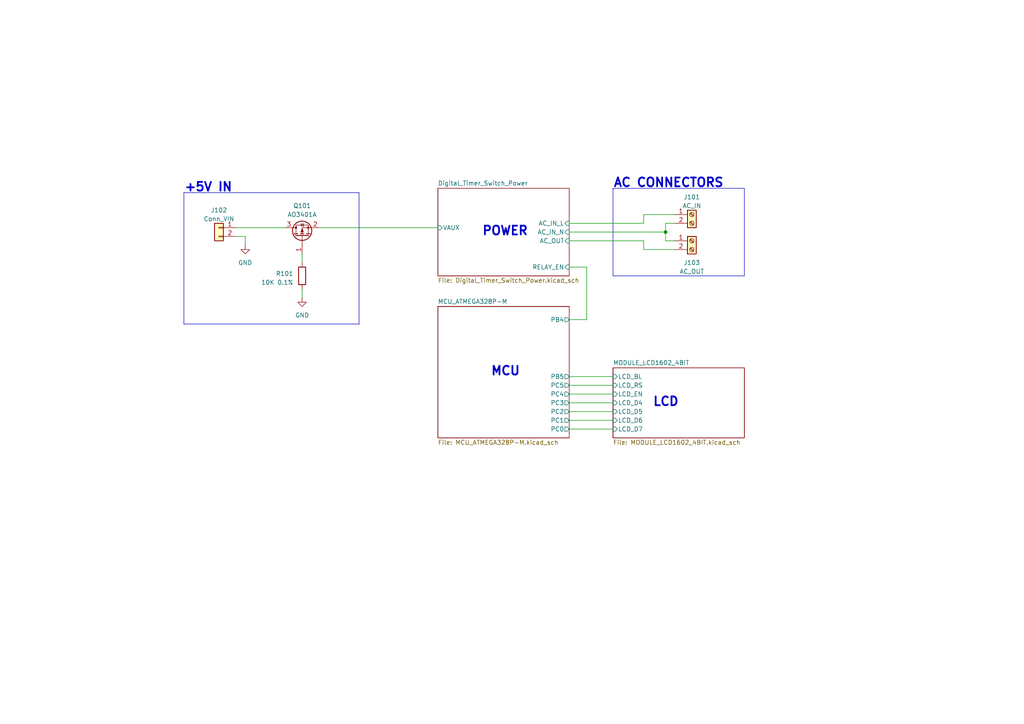
<source format=kicad_sch>
(kicad_sch (version 20230121) (generator eeschema)

  (uuid 98b51aac-404f-4a0d-b314-bd3823594ee3)

  (paper "A4")

  (title_block
    (title "Digital_Timer_Switch")
    (date "2023-07-24")
    (rev "1.0")
    (company "sudo-junkie")
  )

  (lib_symbols
    (symbol "Connector:Screw_Terminal_01x02" (pin_names (offset 1.016) hide) (in_bom yes) (on_board yes)
      (property "Reference" "J" (at 0 2.54 0)
        (effects (font (size 1.27 1.27)))
      )
      (property "Value" "Screw_Terminal_01x02" (at 0 -5.08 0)
        (effects (font (size 1.27 1.27)))
      )
      (property "Footprint" "" (at 0 0 0)
        (effects (font (size 1.27 1.27)) hide)
      )
      (property "Datasheet" "~" (at 0 0 0)
        (effects (font (size 1.27 1.27)) hide)
      )
      (property "ki_keywords" "screw terminal" (at 0 0 0)
        (effects (font (size 1.27 1.27)) hide)
      )
      (property "ki_description" "Generic screw terminal, single row, 01x02, script generated (kicad-library-utils/schlib/autogen/connector/)" (at 0 0 0)
        (effects (font (size 1.27 1.27)) hide)
      )
      (property "ki_fp_filters" "TerminalBlock*:*" (at 0 0 0)
        (effects (font (size 1.27 1.27)) hide)
      )
      (symbol "Screw_Terminal_01x02_1_1"
        (rectangle (start -1.27 1.27) (end 1.27 -3.81)
          (stroke (width 0.254) (type default))
          (fill (type background))
        )
        (circle (center 0 -2.54) (radius 0.635)
          (stroke (width 0.1524) (type default))
          (fill (type none))
        )
        (polyline
          (pts
            (xy -0.5334 -2.2098)
            (xy 0.3302 -3.048)
          )
          (stroke (width 0.1524) (type default))
          (fill (type none))
        )
        (polyline
          (pts
            (xy -0.5334 0.3302)
            (xy 0.3302 -0.508)
          )
          (stroke (width 0.1524) (type default))
          (fill (type none))
        )
        (polyline
          (pts
            (xy -0.3556 -2.032)
            (xy 0.508 -2.8702)
          )
          (stroke (width 0.1524) (type default))
          (fill (type none))
        )
        (polyline
          (pts
            (xy -0.3556 0.508)
            (xy 0.508 -0.3302)
          )
          (stroke (width 0.1524) (type default))
          (fill (type none))
        )
        (circle (center 0 0) (radius 0.635)
          (stroke (width 0.1524) (type default))
          (fill (type none))
        )
        (pin passive line (at -5.08 0 0) (length 3.81)
          (name "Pin_1" (effects (font (size 1.27 1.27))))
          (number "1" (effects (font (size 1.27 1.27))))
        )
        (pin passive line (at -5.08 -2.54 0) (length 3.81)
          (name "Pin_2" (effects (font (size 1.27 1.27))))
          (number "2" (effects (font (size 1.27 1.27))))
        )
      )
    )
    (symbol "Connector_Generic:Conn_01x02" (pin_names (offset 1.016) hide) (in_bom yes) (on_board yes)
      (property "Reference" "J" (at 0 2.54 0)
        (effects (font (size 1.27 1.27)))
      )
      (property "Value" "Conn_01x02" (at 0 -5.08 0)
        (effects (font (size 1.27 1.27)))
      )
      (property "Footprint" "" (at 0 0 0)
        (effects (font (size 1.27 1.27)) hide)
      )
      (property "Datasheet" "~" (at 0 0 0)
        (effects (font (size 1.27 1.27)) hide)
      )
      (property "ki_keywords" "connector" (at 0 0 0)
        (effects (font (size 1.27 1.27)) hide)
      )
      (property "ki_description" "Generic connector, single row, 01x02, script generated (kicad-library-utils/schlib/autogen/connector/)" (at 0 0 0)
        (effects (font (size 1.27 1.27)) hide)
      )
      (property "ki_fp_filters" "Connector*:*_1x??_*" (at 0 0 0)
        (effects (font (size 1.27 1.27)) hide)
      )
      (symbol "Conn_01x02_1_1"
        (rectangle (start -1.27 -2.413) (end 0 -2.667)
          (stroke (width 0.1524) (type default))
          (fill (type none))
        )
        (rectangle (start -1.27 0.127) (end 0 -0.127)
          (stroke (width 0.1524) (type default))
          (fill (type none))
        )
        (rectangle (start -1.27 1.27) (end 1.27 -3.81)
          (stroke (width 0.254) (type default))
          (fill (type background))
        )
        (pin passive line (at -5.08 0 0) (length 3.81)
          (name "Pin_1" (effects (font (size 1.27 1.27))))
          (number "1" (effects (font (size 1.27 1.27))))
        )
        (pin passive line (at -5.08 -2.54 0) (length 3.81)
          (name "Pin_2" (effects (font (size 1.27 1.27))))
          (number "2" (effects (font (size 1.27 1.27))))
        )
      )
    )
    (symbol "Device:R" (pin_numbers hide) (pin_names (offset 0)) (in_bom yes) (on_board yes)
      (property "Reference" "R" (at 2.032 0 90)
        (effects (font (size 1.27 1.27)))
      )
      (property "Value" "R" (at 0 0 90)
        (effects (font (size 1.27 1.27)))
      )
      (property "Footprint" "" (at -1.778 0 90)
        (effects (font (size 1.27 1.27)) hide)
      )
      (property "Datasheet" "~" (at 0 0 0)
        (effects (font (size 1.27 1.27)) hide)
      )
      (property "ki_keywords" "R res resistor" (at 0 0 0)
        (effects (font (size 1.27 1.27)) hide)
      )
      (property "ki_description" "Resistor" (at 0 0 0)
        (effects (font (size 1.27 1.27)) hide)
      )
      (property "ki_fp_filters" "R_*" (at 0 0 0)
        (effects (font (size 1.27 1.27)) hide)
      )
      (symbol "R_0_1"
        (rectangle (start -1.016 -2.54) (end 1.016 2.54)
          (stroke (width 0.254) (type default))
          (fill (type none))
        )
      )
      (symbol "R_1_1"
        (pin passive line (at 0 3.81 270) (length 1.27)
          (name "~" (effects (font (size 1.27 1.27))))
          (number "1" (effects (font (size 1.27 1.27))))
        )
        (pin passive line (at 0 -3.81 90) (length 1.27)
          (name "~" (effects (font (size 1.27 1.27))))
          (number "2" (effects (font (size 1.27 1.27))))
        )
      )
    )
    (symbol "Transistor_FET:AO3401A" (pin_names hide) (in_bom yes) (on_board yes)
      (property "Reference" "Q" (at 5.08 1.905 0)
        (effects (font (size 1.27 1.27)) (justify left))
      )
      (property "Value" "AO3401A" (at 5.08 0 0)
        (effects (font (size 1.27 1.27)) (justify left))
      )
      (property "Footprint" "Package_TO_SOT_SMD:SOT-23" (at 5.08 -1.905 0)
        (effects (font (size 1.27 1.27) italic) (justify left) hide)
      )
      (property "Datasheet" "http://www.aosmd.com/pdfs/datasheet/AO3401A.pdf" (at 0 0 0)
        (effects (font (size 1.27 1.27)) (justify left) hide)
      )
      (property "ki_keywords" "P-Channel MOSFET" (at 0 0 0)
        (effects (font (size 1.27 1.27)) hide)
      )
      (property "ki_description" "-4.0A Id, -30V Vds, P-Channel MOSFET, SOT-23" (at 0 0 0)
        (effects (font (size 1.27 1.27)) hide)
      )
      (property "ki_fp_filters" "SOT?23*" (at 0 0 0)
        (effects (font (size 1.27 1.27)) hide)
      )
      (symbol "AO3401A_0_1"
        (polyline
          (pts
            (xy 0.254 0)
            (xy -2.54 0)
          )
          (stroke (width 0) (type default))
          (fill (type none))
        )
        (polyline
          (pts
            (xy 0.254 1.905)
            (xy 0.254 -1.905)
          )
          (stroke (width 0.254) (type default))
          (fill (type none))
        )
        (polyline
          (pts
            (xy 0.762 -1.27)
            (xy 0.762 -2.286)
          )
          (stroke (width 0.254) (type default))
          (fill (type none))
        )
        (polyline
          (pts
            (xy 0.762 0.508)
            (xy 0.762 -0.508)
          )
          (stroke (width 0.254) (type default))
          (fill (type none))
        )
        (polyline
          (pts
            (xy 0.762 2.286)
            (xy 0.762 1.27)
          )
          (stroke (width 0.254) (type default))
          (fill (type none))
        )
        (polyline
          (pts
            (xy 2.54 2.54)
            (xy 2.54 1.778)
          )
          (stroke (width 0) (type default))
          (fill (type none))
        )
        (polyline
          (pts
            (xy 2.54 -2.54)
            (xy 2.54 0)
            (xy 0.762 0)
          )
          (stroke (width 0) (type default))
          (fill (type none))
        )
        (polyline
          (pts
            (xy 0.762 1.778)
            (xy 3.302 1.778)
            (xy 3.302 -1.778)
            (xy 0.762 -1.778)
          )
          (stroke (width 0) (type default))
          (fill (type none))
        )
        (polyline
          (pts
            (xy 2.286 0)
            (xy 1.27 0.381)
            (xy 1.27 -0.381)
            (xy 2.286 0)
          )
          (stroke (width 0) (type default))
          (fill (type outline))
        )
        (polyline
          (pts
            (xy 2.794 -0.508)
            (xy 2.921 -0.381)
            (xy 3.683 -0.381)
            (xy 3.81 -0.254)
          )
          (stroke (width 0) (type default))
          (fill (type none))
        )
        (polyline
          (pts
            (xy 3.302 -0.381)
            (xy 2.921 0.254)
            (xy 3.683 0.254)
            (xy 3.302 -0.381)
          )
          (stroke (width 0) (type default))
          (fill (type none))
        )
        (circle (center 1.651 0) (radius 2.794)
          (stroke (width 0.254) (type default))
          (fill (type none))
        )
        (circle (center 2.54 -1.778) (radius 0.254)
          (stroke (width 0) (type default))
          (fill (type outline))
        )
        (circle (center 2.54 1.778) (radius 0.254)
          (stroke (width 0) (type default))
          (fill (type outline))
        )
      )
      (symbol "AO3401A_1_1"
        (pin input line (at -5.08 0 0) (length 2.54)
          (name "G" (effects (font (size 1.27 1.27))))
          (number "1" (effects (font (size 1.27 1.27))))
        )
        (pin passive line (at 2.54 -5.08 90) (length 2.54)
          (name "S" (effects (font (size 1.27 1.27))))
          (number "2" (effects (font (size 1.27 1.27))))
        )
        (pin passive line (at 2.54 5.08 270) (length 2.54)
          (name "D" (effects (font (size 1.27 1.27))))
          (number "3" (effects (font (size 1.27 1.27))))
        )
      )
    )
    (symbol "power:GND" (power) (pin_names (offset 0)) (in_bom yes) (on_board yes)
      (property "Reference" "#PWR" (at 0 -6.35 0)
        (effects (font (size 1.27 1.27)) hide)
      )
      (property "Value" "GND" (at 0 -3.81 0)
        (effects (font (size 1.27 1.27)))
      )
      (property "Footprint" "" (at 0 0 0)
        (effects (font (size 1.27 1.27)) hide)
      )
      (property "Datasheet" "" (at 0 0 0)
        (effects (font (size 1.27 1.27)) hide)
      )
      (property "ki_keywords" "global power" (at 0 0 0)
        (effects (font (size 1.27 1.27)) hide)
      )
      (property "ki_description" "Power symbol creates a global label with name \"GND\" , ground" (at 0 0 0)
        (effects (font (size 1.27 1.27)) hide)
      )
      (symbol "GND_0_1"
        (polyline
          (pts
            (xy 0 0)
            (xy 0 -1.27)
            (xy 1.27 -1.27)
            (xy 0 -2.54)
            (xy -1.27 -1.27)
            (xy 0 -1.27)
          )
          (stroke (width 0) (type default))
          (fill (type none))
        )
      )
      (symbol "GND_1_1"
        (pin power_in line (at 0 0 270) (length 0) hide
          (name "GND" (effects (font (size 1.27 1.27))))
          (number "1" (effects (font (size 1.27 1.27))))
        )
      )
    )
  )

  (junction (at 193.04 67.31) (diameter 0) (color 0 0 0 0)
    (uuid 780f9eef-f38e-4cb6-93a3-afe302b9f9d9)
  )

  (wire (pts (xy 165.1 124.46) (xy 177.8 124.46))
    (stroke (width 0) (type default))
    (uuid 02d76cd6-e2d5-45fd-80ec-b9c643663fd4)
  )
  (wire (pts (xy 193.04 67.31) (xy 193.04 69.85))
    (stroke (width 0) (type default))
    (uuid 032554c5-5e55-45d1-8165-56da5333e5f3)
  )
  (polyline (pts (xy 104.14 55.88) (xy 104.14 93.98))
    (stroke (width 0) (type default))
    (uuid 0684745d-5878-4160-ad7a-b5eb4c5a8571)
  )

  (wire (pts (xy 195.58 72.39) (xy 186.69 72.39))
    (stroke (width 0) (type default))
    (uuid 2306bf73-87e5-4ddf-9f95-4a716c4e4999)
  )
  (wire (pts (xy 165.1 109.22) (xy 177.8 109.22))
    (stroke (width 0) (type default))
    (uuid 3f196626-c1db-4895-b3bf-7a05dc556ad5)
  )
  (wire (pts (xy 165.1 119.38) (xy 177.8 119.38))
    (stroke (width 0) (type default))
    (uuid 420f31f2-03ab-4984-a0de-2f5b2c0ba27b)
  )
  (polyline (pts (xy 177.8 54.61) (xy 177.8 80.01))
    (stroke (width 0) (type default))
    (uuid 5524e872-5686-4a03-98ec-aabae512df51)
  )
  (polyline (pts (xy 215.9 80.01) (xy 177.8 80.01))
    (stroke (width 0) (type default))
    (uuid 5587d1ef-c3b1-420d-8122-879fb3f6b95f)
  )
  (polyline (pts (xy 104.14 93.98) (xy 53.34 93.98))
    (stroke (width 0) (type default))
    (uuid 55b33cc8-132c-4330-b628-11a32a330f43)
  )

  (wire (pts (xy 87.63 83.82) (xy 87.63 86.36))
    (stroke (width 0) (type default))
    (uuid 59bfd9b7-9965-4c7a-9e69-7057474e403d)
  )
  (wire (pts (xy 193.04 69.85) (xy 195.58 69.85))
    (stroke (width 0) (type default))
    (uuid 6206cda1-87a6-4f2c-947f-8da1c8eeebdb)
  )
  (wire (pts (xy 186.69 62.23) (xy 195.58 62.23))
    (stroke (width 0) (type default))
    (uuid 6460f148-ebef-4da4-b1d3-4d4fdcbaeaba)
  )
  (wire (pts (xy 165.1 69.85) (xy 186.69 69.85))
    (stroke (width 0) (type default))
    (uuid 76da70c8-79c7-4354-b868-2d5b0ae34db5)
  )
  (polyline (pts (xy 53.34 55.88) (xy 104.14 55.88))
    (stroke (width 0) (type default))
    (uuid 8003a5b8-c2df-42c2-ab8f-c5d70b999c38)
  )
  (polyline (pts (xy 215.9 54.61) (xy 215.9 80.01))
    (stroke (width 0) (type default))
    (uuid 8089cc97-1577-43c7-9b20-62f8c3d0706b)
  )

  (wire (pts (xy 71.12 68.58) (xy 71.12 71.12))
    (stroke (width 0) (type default))
    (uuid 8992f09c-db57-4645-b8e3-b591915da32d)
  )
  (wire (pts (xy 170.18 77.47) (xy 165.1 77.47))
    (stroke (width 0) (type default))
    (uuid 9163580e-f764-489a-a2ae-d13fd0d436e7)
  )
  (wire (pts (xy 71.12 68.58) (xy 68.58 68.58))
    (stroke (width 0) (type default))
    (uuid 932272ff-b1c7-4991-8485-c36d48810221)
  )
  (wire (pts (xy 186.69 72.39) (xy 186.69 69.85))
    (stroke (width 0) (type default))
    (uuid 97e84cbc-8ad6-43e4-83bf-d4887b506c94)
  )
  (wire (pts (xy 193.04 64.77) (xy 193.04 67.31))
    (stroke (width 0) (type default))
    (uuid 9c7fa2e3-e2ef-4639-a1dc-c04328efd5d8)
  )
  (wire (pts (xy 186.69 64.77) (xy 186.69 62.23))
    (stroke (width 0) (type default))
    (uuid 9fb4ff72-b647-4837-99dc-c389bc78508b)
  )
  (wire (pts (xy 165.1 92.71) (xy 170.18 92.71))
    (stroke (width 0) (type default))
    (uuid a08b6ac4-1f2a-4906-b03f-8b0fe3248405)
  )
  (wire (pts (xy 170.18 92.71) (xy 170.18 77.47))
    (stroke (width 0) (type default))
    (uuid a111520a-43c4-4521-8225-ec7e3718c2da)
  )
  (wire (pts (xy 165.1 116.84) (xy 177.8 116.84))
    (stroke (width 0) (type default))
    (uuid a5b7754e-301c-4c95-845e-22cf2cccadf9)
  )
  (polyline (pts (xy 177.8 54.61) (xy 215.9 54.61))
    (stroke (width 0) (type default))
    (uuid a5d3aabc-9c7e-44e0-bf7f-95067964dd8d)
  )

  (wire (pts (xy 87.63 73.66) (xy 87.63 76.2))
    (stroke (width 0) (type default))
    (uuid a9792999-21d1-404d-9d23-0940dcd33e87)
  )
  (wire (pts (xy 92.71 66.04) (xy 127 66.04))
    (stroke (width 0) (type default))
    (uuid af0d8f1e-da72-4093-9ed5-f59da9dfb099)
  )
  (wire (pts (xy 165.1 64.77) (xy 186.69 64.77))
    (stroke (width 0) (type default))
    (uuid b647e377-f2b8-4dff-b616-fbab77696890)
  )
  (polyline (pts (xy 53.34 93.98) (xy 53.34 55.88))
    (stroke (width 0) (type default))
    (uuid c78559c8-4cb4-48b7-803d-1db093b0fee2)
  )

  (wire (pts (xy 165.1 111.76) (xy 177.8 111.76))
    (stroke (width 0) (type default))
    (uuid caad99c4-c925-4178-8e11-826b1c974b34)
  )
  (wire (pts (xy 195.58 64.77) (xy 193.04 64.77))
    (stroke (width 0) (type default))
    (uuid db50aaf3-1229-4fdf-945f-a775e111d48e)
  )
  (wire (pts (xy 165.1 67.31) (xy 193.04 67.31))
    (stroke (width 0) (type default))
    (uuid dd3a908a-3e37-478e-b8cd-989746e1986f)
  )
  (wire (pts (xy 68.58 66.04) (xy 82.55 66.04))
    (stroke (width 0) (type default))
    (uuid e495c4c1-41ad-4608-b2b7-801595d177e0)
  )
  (wire (pts (xy 165.1 114.3) (xy 177.8 114.3))
    (stroke (width 0) (type default))
    (uuid f6d769b6-62f8-4ca5-a4e8-389b09741a66)
  )
  (wire (pts (xy 165.1 121.92) (xy 177.8 121.92))
    (stroke (width 0) (type default))
    (uuid f9c07f4a-52d2-49d2-9706-2f733c937d6a)
  )

  (text "POWER" (at 139.7 68.58 0)
    (effects (font (size 2.54 2.54) bold) (justify left bottom))
    (uuid 88a2de0e-2e71-4fae-aa8b-fb7f26957515)
  )
  (text "AC CONNECTORS" (at 177.8 54.61 0)
    (effects (font (size 2.54 2.54) (thickness 0.508) bold) (justify left bottom))
    (uuid b6259d93-bd73-4204-b549-acc8a588aa35)
  )
  (text "LCD" (at 189.23 118.11 0)
    (effects (font (size 2.54 2.54) bold) (justify left bottom))
    (uuid c2855217-543e-4b1c-a435-5968a32951a2)
  )
  (text "+5V IN" (at 53.34 55.88 0)
    (effects (font (size 2.54 2.54) (thickness 0.508) bold) (justify left bottom))
    (uuid cde907a1-4805-4603-add8-5cce6e4b92be)
  )
  (text "MCU" (at 142.24 109.22 0)
    (effects (font (size 2.54 2.54) bold) (justify left bottom))
    (uuid d61bf3d9-274b-49f6-ae74-4ce16847bfa0)
  )

  (symbol (lib_id "Connector:Screw_Terminal_01x02") (at 200.66 69.85 0) (unit 1)
    (in_bom yes) (on_board yes) (dnp no)
    (uuid 2b54d227-db65-4d5e-ae17-c66a8105466d)
    (property "Reference" "J103" (at 200.66 76.2 0)
      (effects (font (size 1.27 1.27)))
    )
    (property "Value" "AC_OUT" (at 200.66 78.74 0)
      (effects (font (size 1.27 1.27)))
    )
    (property "Footprint" "TerminalBlock_Phoenix:TerminalBlock_Phoenix_MKDS-1,5-2-5.08_1x02_P5.08mm_Horizontal" (at 200.66 69.85 0)
      (effects (font (size 1.27 1.27)) hide)
    )
    (property "Datasheet" "~" (at 200.66 69.85 0)
      (effects (font (size 1.27 1.27)) hide)
    )
    (property "MANUFACTURER" "DIBO" (at 200.66 69.85 0)
      (effects (font (size 1.27 1.27)) hide)
    )
    (property "MPN" "DB128V-5.08-2P-GN-S" (at 200.66 69.85 0)
      (effects (font (size 1.27 1.27)) hide)
    )
    (property "LCSC PART#" "C2915639" (at 200.66 69.85 0)
      (effects (font (size 1.27 1.27)) hide)
    )
    (property "SKU" "" (at 200.66 69.85 0)
      (effects (font (size 1.27 1.27)) hide)
    )
    (property "VENDOR" "LCSC" (at 200.66 69.85 0)
      (effects (font (size 1.27 1.27)) hide)
    )
    (property "PRICE" "0.1572" (at 200.66 69.85 0)
      (effects (font (size 1.27 1.27)) hide)
    )
    (pin "1" (uuid b40b10e6-7572-43ad-94af-ebb99f56dcb7))
    (pin "2" (uuid ef60ce89-0c2e-46ec-828d-7475331a8bec))
    (instances
      (project "Digital_Timer_Switch"
        (path "/98b51aac-404f-4a0d-b314-bd3823594ee3"
          (reference "J103") (unit 1)
        )
      )
      (project "IoT_Agrifarm"
        (path "/e886365f-2304-4290-beeb-1e373de9e66a"
          (reference "J?") (unit 1)
        )
      )
    )
  )

  (symbol (lib_id "power:GND") (at 71.12 71.12 0) (unit 1)
    (in_bom yes) (on_board yes) (dnp no) (fields_autoplaced)
    (uuid 3861dbec-ff27-4b9a-9d33-559916f44488)
    (property "Reference" "#PWR0101" (at 71.12 77.47 0)
      (effects (font (size 1.27 1.27)) hide)
    )
    (property "Value" "GND" (at 71.12 76.2 0)
      (effects (font (size 1.27 1.27)))
    )
    (property "Footprint" "" (at 71.12 71.12 0)
      (effects (font (size 1.27 1.27)) hide)
    )
    (property "Datasheet" "" (at 71.12 71.12 0)
      (effects (font (size 1.27 1.27)) hide)
    )
    (pin "1" (uuid f623fa90-5a31-40b2-93c4-9ec87c6e7ff8))
    (instances
      (project "Digital_Timer_Switch"
        (path "/98b51aac-404f-4a0d-b314-bd3823594ee3"
          (reference "#PWR0101") (unit 1)
        )
      )
    )
  )

  (symbol (lib_id "Connector:Screw_Terminal_01x02") (at 200.66 62.23 0) (unit 1)
    (in_bom yes) (on_board yes) (dnp no)
    (uuid 9cf61703-84dd-4eda-91ea-4b4179bc5c26)
    (property "Reference" "J101" (at 200.66 57.15 0)
      (effects (font (size 1.27 1.27)))
    )
    (property "Value" "AC_IN" (at 200.66 59.69 0)
      (effects (font (size 1.27 1.27)))
    )
    (property "Footprint" "TerminalBlock_Phoenix:TerminalBlock_Phoenix_MKDS-1,5-2-5.08_1x02_P5.08mm_Horizontal" (at 200.66 62.23 0)
      (effects (font (size 1.27 1.27)) hide)
    )
    (property "Datasheet" "~" (at 200.66 62.23 0)
      (effects (font (size 1.27 1.27)) hide)
    )
    (property "MANUFACTURER" "DIBO" (at 200.66 62.23 0)
      (effects (font (size 1.27 1.27)) hide)
    )
    (property "MPN" "DB128V-5.08-2P-GN-S" (at 200.66 62.23 0)
      (effects (font (size 1.27 1.27)) hide)
    )
    (property "LCSC PART#" "C2915639" (at 200.66 62.23 0)
      (effects (font (size 1.27 1.27)) hide)
    )
    (property "SKU" "" (at 200.66 62.23 0)
      (effects (font (size 1.27 1.27)) hide)
    )
    (property "VENDOR" "LCSC" (at 200.66 62.23 0)
      (effects (font (size 1.27 1.27)) hide)
    )
    (property "PRICE" "0.1572" (at 200.66 62.23 0)
      (effects (font (size 1.27 1.27)) hide)
    )
    (pin "1" (uuid 40bf3de4-9166-4c57-a611-7c595f7c0776))
    (pin "2" (uuid 017ce381-5c0a-458e-9a92-ca417a003315))
    (instances
      (project "Digital_Timer_Switch"
        (path "/98b51aac-404f-4a0d-b314-bd3823594ee3"
          (reference "J101") (unit 1)
        )
      )
      (project "IoT_Agrifarm"
        (path "/e886365f-2304-4290-beeb-1e373de9e66a"
          (reference "J?") (unit 1)
        )
      )
    )
  )

  (symbol (lib_id "power:GND") (at 87.63 86.36 0) (unit 1)
    (in_bom yes) (on_board yes) (dnp no) (fields_autoplaced)
    (uuid a619bc8b-40c1-4d6c-be04-de31d93a1278)
    (property "Reference" "#PWR0102" (at 87.63 92.71 0)
      (effects (font (size 1.27 1.27)) hide)
    )
    (property "Value" "GND" (at 87.63 91.44 0)
      (effects (font (size 1.27 1.27)))
    )
    (property "Footprint" "" (at 87.63 86.36 0)
      (effects (font (size 1.27 1.27)) hide)
    )
    (property "Datasheet" "" (at 87.63 86.36 0)
      (effects (font (size 1.27 1.27)) hide)
    )
    (pin "1" (uuid f092ead0-4a38-4c85-ae08-6737a599e07c))
    (instances
      (project "Digital_Timer_Switch"
        (path "/98b51aac-404f-4a0d-b314-bd3823594ee3"
          (reference "#PWR0102") (unit 1)
        )
      )
    )
  )

  (symbol (lib_id "Transistor_FET:AO3401A") (at 87.63 68.58 90) (unit 1)
    (in_bom yes) (on_board yes) (dnp no)
    (uuid ddf19d6c-509e-4374-88a4-1c75328abfb3)
    (property "Reference" "Q101" (at 87.63 59.69 90)
      (effects (font (size 1.27 1.27)))
    )
    (property "Value" "AO3401A" (at 87.63 62.23 90)
      (effects (font (size 1.27 1.27)))
    )
    (property "Footprint" "Package_TO_SOT_SMD:SOT-23" (at 89.535 63.5 0)
      (effects (font (size 1.27 1.27) italic) (justify left) hide)
    )
    (property "Datasheet" "http://www.aosmd.com/pdfs/datasheet/AO3401A.pdf" (at 87.63 68.58 0)
      (effects (font (size 1.27 1.27)) (justify left) hide)
    )
    (property "MANUFACTURER" "TWGMC" (at 87.63 68.58 0)
      (effects (font (size 1.27 1.27)) hide)
    )
    (property "MPN" "AO3401" (at 87.63 68.58 0)
      (effects (font (size 1.27 1.27)) hide)
    )
    (property "LCSC PART#" "C727156" (at 87.63 68.58 0)
      (effects (font (size 1.27 1.27)) hide)
    )
    (property "SKU" "" (at 87.63 68.58 0)
      (effects (font (size 1.27 1.27)) hide)
    )
    (property "VENDOR" "LCSC" (at 87.63 68.58 0)
      (effects (font (size 1.27 1.27)) hide)
    )
    (property "PRICE" "0.0349" (at 87.63 68.58 0)
      (effects (font (size 1.27 1.27)) hide)
    )
    (pin "1" (uuid 363ce9aa-0ee5-4a20-930e-a4aff003896c))
    (pin "2" (uuid 1a6d74f2-9a95-4754-a9c1-b08584b69fcc))
    (pin "3" (uuid 7e788cff-34f1-4fd2-a611-6e96a182e9f6))
    (instances
      (project "Digital_Timer_Switch"
        (path "/98b51aac-404f-4a0d-b314-bd3823594ee3"
          (reference "Q101") (unit 1)
        )
        (path "/98b51aac-404f-4a0d-b314-bd3823594ee3/fb5dc675-4a87-401c-bfdc-fbdf4796e1c5"
          (reference "Q?") (unit 1)
        )
      )
      (project "IoT_Agrifarm"
        (path "/e886365f-2304-4290-beeb-1e373de9e66a"
          (reference "Q?") (unit 1)
        )
      )
    )
  )

  (symbol (lib_id "Connector_Generic:Conn_01x02") (at 63.5 66.04 0) (mirror y) (unit 1)
    (in_bom yes) (on_board yes) (dnp no) (fields_autoplaced)
    (uuid f4a23fe6-ba4e-45c1-a019-f11f6e68e5cb)
    (property "Reference" "J102" (at 63.5 60.96 0)
      (effects (font (size 1.27 1.27)))
    )
    (property "Value" "Conn_VIN" (at 63.5 63.5 0)
      (effects (font (size 1.27 1.27)))
    )
    (property "Footprint" "Connector_JST:JST_XH_S2B-XH-A_1x02_P2.50mm_Horizontal" (at 63.5 66.04 0)
      (effects (font (size 1.27 1.27)) hide)
    )
    (property "Datasheet" "~" (at 63.5 66.04 0)
      (effects (font (size 1.27 1.27)) hide)
    )
    (property "LCSC PART#" "C163035" (at 63.5 66.04 0)
      (effects (font (size 1.27 1.27)) hide)
    )
    (property "MANUFACTURER" "JST Sales America" (at 63.5 66.04 0)
      (effects (font (size 1.27 1.27)) hide)
    )
    (property "MPN" "S2B-XH-A-1(LF)(SN)" (at 63.5 66.04 0)
      (effects (font (size 1.27 1.27)) hide)
    )
    (property "VENDOR" "LCSC" (at 63.5 66.04 0)
      (effects (font (size 1.27 1.27)) hide)
    )
    (property "PRICE" "0.0639" (at 63.5 66.04 0)
      (effects (font (size 1.27 1.27)) hide)
    )
    (pin "1" (uuid 216cd91e-fe93-48e5-9ce3-4b7f9e061941))
    (pin "2" (uuid 5d61d8e2-ed9e-4047-8d1e-7f882a38c27a))
    (instances
      (project "Digital_Timer_Switch"
        (path "/98b51aac-404f-4a0d-b314-bd3823594ee3"
          (reference "J102") (unit 1)
        )
      )
    )
  )

  (symbol (lib_id "Device:R") (at 87.63 80.01 0) (mirror y) (unit 1)
    (in_bom yes) (on_board yes) (dnp no)
    (uuid f6756950-845e-4783-852f-9892db73042b)
    (property "Reference" "R?" (at 85.09 79.375 0)
      (effects (font (size 1.27 1.27)) (justify left))
    )
    (property "Value" "10K 0.1%" (at 85.09 81.915 0)
      (effects (font (size 1.27 1.27)) (justify left))
    )
    (property "Footprint" "Resistor_SMD:R_0603_1608Metric" (at 89.408 80.01 90)
      (effects (font (size 1.27 1.27)) hide)
    )
    (property "Datasheet" "~" (at 87.63 80.01 0)
      (effects (font (size 1.27 1.27)) hide)
    )
    (property "MPN" "RT0603BRD0710KL" (at 87.63 80.01 0)
      (effects (font (size 1.27 1.27)) hide)
    )
    (property "MANUFACTURER" "YAGEO" (at 87.63 80.01 0)
      (effects (font (size 1.27 1.27)) hide)
    )
    (property "SKU" "" (at 87.63 80.01 0)
      (effects (font (size 1.27 1.27)) hide)
    )
    (property "LCSC PART#" "C95204" (at 87.63 80.01 0)
      (effects (font (size 1.27 1.27)) hide)
    )
    (property "VENDOR" "LCSC" (at 87.63 80.01 0)
      (effects (font (size 1.27 1.27)) hide)
    )
    (property "PRICE" "0.0222" (at 87.63 80.01 0)
      (effects (font (size 1.27 1.27)) hide)
    )
    (pin "1" (uuid b8e1c5fc-2ae1-4178-b11b-329c36d53cc5))
    (pin "2" (uuid 86f7309f-305d-473e-87e5-5f5fd95255d6))
    (instances
      (project "Digital_Timer_Switch"
        (path "/98b51aac-404f-4a0d-b314-bd3823594ee3/3b6cf1ac-0a60-40b8-8b31-9ee4d4d986be"
          (reference "R?") (unit 1)
        )
        (path "/98b51aac-404f-4a0d-b314-bd3823594ee3/fb5dc675-4a87-401c-bfdc-fbdf4796e1c5"
          (reference "R?") (unit 1)
        )
        (path "/98b51aac-404f-4a0d-b314-bd3823594ee3"
          (reference "R101") (unit 1)
        )
      )
      (project "Atego_Nano"
        (path "/f0d70477-67e1-4b14-aebd-2138d55a5d0c/6153a6fa-3d4f-4580-8f5b-e186a8523d26"
          (reference "R?") (unit 1)
        )
      )
    )
  )

  (sheet (at 127 88.9) (size 38.1 38.1) (fields_autoplaced)
    (stroke (width 0.1524) (type solid))
    (fill (color 0 0 0 0.0000))
    (uuid 3b6cf1ac-0a60-40b8-8b31-9ee4d4d986be)
    (property "Sheetname" "MCU_ATMEGA328P-M" (at 127 88.1884 0)
      (effects (font (size 1.27 1.27)) (justify left bottom))
    )
    (property "Sheetfile" "MCU_ATMEGA328P-M.kicad_sch" (at 127 127.5846 0)
      (effects (font (size 1.27 1.27)) (justify left top))
    )
    (pin "PC3" output (at 165.1 116.84 0)
      (effects (font (size 1.27 1.27)) (justify right))
      (uuid 7a93a501-d350-4c46-b254-a3fce193ba23)
    )
    (pin "PC4" output (at 165.1 114.3 0)
      (effects (font (size 1.27 1.27)) (justify right))
      (uuid f37551e1-7866-42d6-aa3d-34913a786b2e)
    )
    (pin "PC5" output (at 165.1 111.76 0)
      (effects (font (size 1.27 1.27)) (justify right))
      (uuid 7055c7ac-6d86-470c-8c91-6d9fe53be73e)
    )
    (pin "PC2" output (at 165.1 119.38 0)
      (effects (font (size 1.27 1.27)) (justify right))
      (uuid 4c1ab4cc-8342-4478-a526-7fc35404d8f0)
    )
    (pin "PC1" output (at 165.1 121.92 0)
      (effects (font (size 1.27 1.27)) (justify right))
      (uuid b1a8499d-dbdf-4f9e-8aa7-bc8c472a4ac3)
    )
    (pin "PC0" output (at 165.1 124.46 0)
      (effects (font (size 1.27 1.27)) (justify right))
      (uuid 5ae5c92c-8544-4b44-b616-d3831f73ffac)
    )
    (pin "PB4" output (at 165.1 92.71 0)
      (effects (font (size 1.27 1.27)) (justify right))
      (uuid 5a262c13-24ca-4434-9526-e41eb48d2c0a)
    )
    (pin "PB5" output (at 165.1 109.22 0)
      (effects (font (size 1.27 1.27)) (justify right))
      (uuid ce5b49cf-334b-426f-bb89-b66c5d607c99)
    )
    (instances
      (project "Digital_Timer_Switch"
        (path "/98b51aac-404f-4a0d-b314-bd3823594ee3" (page "3"))
      )
    )
  )

  (sheet (at 177.8 106.68) (size 38.1 20.32) (fields_autoplaced)
    (stroke (width 0.1524) (type solid))
    (fill (color 0 0 0 0.0000))
    (uuid ef1ab763-c83c-4112-b155-97ec3ec1921c)
    (property "Sheetname" "MODULE_LCD1602_4BIT" (at 177.8 105.9684 0)
      (effects (font (size 1.27 1.27)) (justify left bottom))
    )
    (property "Sheetfile" "MODULE_LCD1602_4BIT.kicad_sch" (at 177.8 127.5846 0)
      (effects (font (size 1.27 1.27)) (justify left top))
    )
    (pin "LCD_D7" input (at 177.8 124.46 180)
      (effects (font (size 1.27 1.27)) (justify left))
      (uuid c36f65f3-29ba-414e-b349-bab87819a161)
    )
    (pin "LCD_BL" input (at 177.8 109.22 180)
      (effects (font (size 1.27 1.27)) (justify left))
      (uuid 66834c43-7d1e-46cc-89a9-b1091aeca47f)
    )
    (pin "LCD_D4" input (at 177.8 116.84 180)
      (effects (font (size 1.27 1.27)) (justify left))
      (uuid fbee3831-1659-47e6-840a-1b4803995a2f)
    )
    (pin "LCD_D6" input (at 177.8 121.92 180)
      (effects (font (size 1.27 1.27)) (justify left))
      (uuid 6ad138a9-4660-48ce-b33e-9d344ded925c)
    )
    (pin "LCD_D5" input (at 177.8 119.38 180)
      (effects (font (size 1.27 1.27)) (justify left))
      (uuid 53e0a954-f16d-49df-8d19-bc805d9b376a)
    )
    (pin "LCD_RS" input (at 177.8 111.76 180)
      (effects (font (size 1.27 1.27)) (justify left))
      (uuid 1cb5abcb-d3ca-4814-a641-33b7b9b23e28)
    )
    (pin "LCD_EN" input (at 177.8 114.3 180)
      (effects (font (size 1.27 1.27)) (justify left))
      (uuid af35b982-77e9-4c18-b079-a013c12bf5c3)
    )
    (instances
      (project "Digital_Timer_Switch"
        (path "/98b51aac-404f-4a0d-b314-bd3823594ee3" (page "4"))
      )
    )
  )

  (sheet (at 127 54.61) (size 38.1 25.4) (fields_autoplaced)
    (stroke (width 0.1524) (type solid))
    (fill (color 0 0 0 0.0000))
    (uuid fb5dc675-4a87-401c-bfdc-fbdf4796e1c5)
    (property "Sheetname" "Digital_Timer_Switch_Power" (at 127 53.8984 0)
      (effects (font (size 1.27 1.27)) (justify left bottom))
    )
    (property "Sheetfile" "Digital_Timer_Switch_Power.kicad_sch" (at 127 80.5946 0)
      (effects (font (size 1.27 1.27)) (justify left top))
    )
    (pin "VAUX" input (at 127 66.04 180)
      (effects (font (size 1.27 1.27)) (justify left))
      (uuid 1c119757-f02b-4cc9-b7f8-700b83568306)
    )
    (pin "RELAY_EN" input (at 165.1 77.47 0)
      (effects (font (size 1.27 1.27)) (justify right))
      (uuid f7f5fe7b-d711-4ba6-b6ed-3f7edbc60bfa)
    )
    (pin "AC_IN_L" input (at 165.1 64.77 0)
      (effects (font (size 1.27 1.27)) (justify right))
      (uuid bd50bb18-b0a6-43ac-b0d3-fd45dc8cedd4)
    )
    (pin "AC_OUT" input (at 165.1 69.85 0)
      (effects (font (size 1.27 1.27)) (justify right))
      (uuid caca9230-74ff-46bd-9533-90c32abd687a)
    )
    (pin "AC_IN_N" input (at 165.1 67.31 0)
      (effects (font (size 1.27 1.27)) (justify right))
      (uuid 68b48a69-b517-48a5-91fc-6a927e1140b5)
    )
    (instances
      (project "Digital_Timer_Switch"
        (path "/98b51aac-404f-4a0d-b314-bd3823594ee3" (page "2"))
      )
    )
  )

  (sheet_instances
    (path "/" (page "1"))
  )
)

</source>
